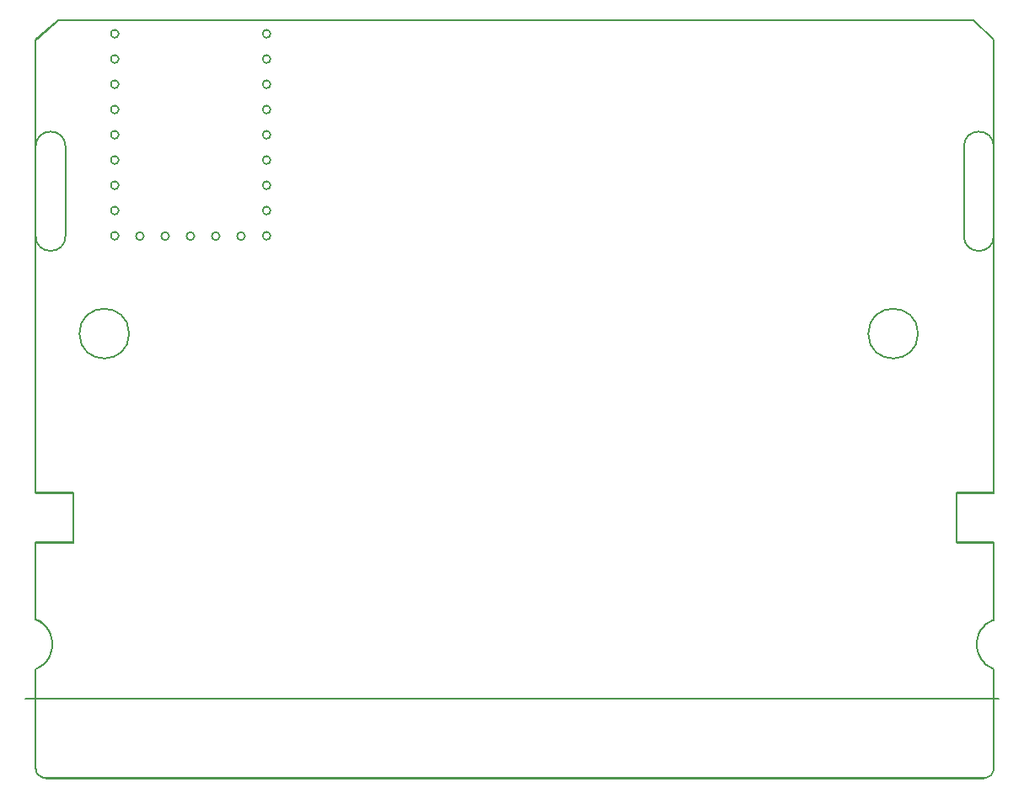
<source format=gbr>
%TF.GenerationSoftware,KiCad,Pcbnew,8.0.1*%
%TF.CreationDate,2024-04-05T12:29:39-07:00*%
%TF.ProjectId,flash-32mbit,666c6173-682d-4333-926d-6269742e6b69,10*%
%TF.SameCoordinates,Original*%
%TF.FileFunction,Profile,NP*%
%FSLAX46Y46*%
G04 Gerber Fmt 4.6, Leading zero omitted, Abs format (unit mm)*
G04 Created by KiCad (PCBNEW 8.0.1) date 2024-04-05 12:29:39*
%MOMM*%
%LPD*%
G01*
G04 APERTURE LIST*
%TA.AperFunction,Profile*%
%ADD10C,0.100000*%
%TD*%
%ADD11C,0.200000*%
G04 APERTURE END LIST*
D10*
X102107400Y-111500000D02*
X102107400Y-119250000D01*
X198357400Y-119269307D02*
X198357400Y-111500000D01*
X198357400Y-60950000D02*
X196357400Y-58950000D01*
X105857400Y-106500000D02*
X105857400Y-111500000D01*
X104357400Y-58950000D02*
X102107400Y-60950000D01*
X102107400Y-60950000D02*
X102107400Y-106500000D01*
X198357400Y-111500000D02*
X194607400Y-111500000D01*
X194607400Y-111500000D02*
X194607400Y-106500000D01*
X102107400Y-124250000D02*
X102107400Y-134200000D01*
X197357981Y-135200000D02*
X103107400Y-135200000D01*
X198363770Y-124233104D02*
G75*
G02*
X198357400Y-119269307I936230J2483104D01*
G01*
X105857400Y-111500000D02*
X102107400Y-111500000D01*
X102107400Y-106500000D02*
X105857400Y-106500000D01*
X104357400Y-58950000D02*
X196357400Y-58950000D01*
X102107400Y-119250001D02*
G75*
G02*
X102107399Y-124249999I-1000000J-2499999D01*
G01*
X198363770Y-124233104D02*
X198357981Y-134200581D01*
X194607400Y-106500000D02*
X198357400Y-106500000D01*
X198357981Y-134200581D02*
G75*
G02*
X197357981Y-135199981I-999981J581D01*
G01*
X103107400Y-135200000D02*
G75*
G02*
X102107400Y-134200000I0J1000000D01*
G01*
X198357400Y-106500000D02*
X198357400Y-60950000D01*
D11*
X110442600Y-65370000D02*
G75*
G02*
X109642600Y-65370000I-400000J0D01*
G01*
X109642600Y-65370000D02*
G75*
G02*
X110442600Y-65370000I400000J0D01*
G01*
X103329639Y-120190461D02*
X103493118Y-120465907D01*
X103100000Y-135150000D02*
X197350581Y-135150000D01*
X194600000Y-106450000D02*
X198350000Y-106450000D01*
X195350000Y-71635201D02*
X195350000Y-80635201D01*
X103716646Y-122334954D02*
X103622732Y-122641183D01*
X103792582Y-121700000D02*
X103773531Y-122019739D01*
X103622732Y-120758818D02*
X103716646Y-121065047D01*
X102661338Y-119506322D02*
X102910785Y-119707249D01*
X102100000Y-134150000D02*
X102119215Y-134345090D01*
X197783438Y-119517167D02*
X198057705Y-119351092D01*
X196638863Y-121703406D02*
X196657822Y-121383337D01*
X102910785Y-119707249D02*
X103134608Y-119936376D01*
X104350000Y-58900000D02*
X102100000Y-60900000D01*
X197789045Y-123886700D02*
X197536301Y-123689408D01*
X196716874Y-122338722D02*
X196658643Y-122023425D01*
X125692600Y-60290000D02*
G75*
G02*
X124892600Y-60290000I-400000J0D01*
G01*
X124892600Y-60290000D02*
G75*
G02*
X125692600Y-60290000I400000J0D01*
G01*
X110442600Y-75530000D02*
G75*
G02*
X109642600Y-75530000I-400000J0D01*
G01*
X109642600Y-75530000D02*
G75*
G02*
X110442600Y-75530000I400000J0D01*
G01*
X198350000Y-111450000D02*
X194600000Y-111450000D01*
X110442600Y-78070000D02*
G75*
G02*
X109642600Y-78070000I-400000J0D01*
G01*
X109642600Y-78070000D02*
G75*
G02*
X110442600Y-78070000I400000J0D01*
G01*
X197536301Y-123689408D02*
X197309195Y-123463076D01*
X125692600Y-75530000D02*
G75*
G02*
X124892600Y-75530000I-400000J0D01*
G01*
X124892600Y-75530000D02*
G75*
G02*
X125692600Y-75530000I400000J0D01*
G01*
X196944737Y-122936879D02*
X196812704Y-122644696D01*
X103329639Y-123209539D02*
X103134608Y-123463624D01*
X102389795Y-124063563D02*
X102100000Y-124200000D01*
X198350000Y-119219307D02*
X198350000Y-111450000D01*
X196810288Y-120761672D02*
X196941570Y-120469151D01*
X198350000Y-80635201D02*
X198350000Y-71635201D01*
X197309195Y-123463076D02*
X197111043Y-123211006D01*
X102176120Y-134532683D02*
X102268530Y-134705570D01*
X198350581Y-134150581D02*
X198356370Y-124183104D01*
X190742600Y-90450000D02*
G75*
G02*
X185742600Y-90450000I-2500000J0D01*
G01*
X185742600Y-90450000D02*
G75*
G02*
X190742600Y-90450000I2500000J0D01*
G01*
X125692600Y-67910000D02*
G75*
G02*
X124892600Y-67910000I-400000J0D01*
G01*
X124892600Y-67910000D02*
G75*
G02*
X125692600Y-67910000I400000J0D01*
G01*
X102389795Y-119336437D02*
X102661338Y-119506322D01*
X197111043Y-123211006D02*
X196944737Y-122936879D01*
X196812704Y-122644696D02*
X196716874Y-122338722D01*
X198350000Y-80635201D02*
G75*
G02*
X195350000Y-80635201I-1500000J0D01*
G01*
X102100000Y-71635201D02*
X102100000Y-80635201D01*
X198350000Y-60900000D02*
X198350000Y-106450000D01*
X125692600Y-78070000D02*
G75*
G02*
X124892600Y-78070000I-400000J0D01*
G01*
X124892600Y-78070000D02*
G75*
G02*
X125692600Y-78070000I400000J0D01*
G01*
X102717317Y-135073880D02*
X102904910Y-135130785D01*
X105850000Y-111450000D02*
X102100000Y-111450000D01*
X196658643Y-122023425D02*
X196638863Y-121703406D01*
X110442600Y-70450000D02*
G75*
G02*
X109642600Y-70450000I-400000J0D01*
G01*
X109642600Y-70450000D02*
G75*
G02*
X110442600Y-70450000I400000J0D01*
G01*
X102661337Y-123893679D02*
X102389795Y-124063563D01*
X103773531Y-122019739D02*
X103716646Y-122334954D01*
X197733129Y-135073923D02*
X197905969Y-134981582D01*
X198274293Y-134533083D02*
X198331267Y-134345588D01*
X197350581Y-135150000D02*
X197545599Y-135130784D01*
X110442600Y-80610000D02*
G75*
G02*
X109642600Y-80610000I-400000J0D01*
G01*
X109642600Y-80610000D02*
G75*
G02*
X110442600Y-80610000I400000J0D01*
G01*
X198181848Y-134705868D02*
X198274293Y-134533083D01*
X125692600Y-72990000D02*
G75*
G02*
X124892600Y-72990000I-400000J0D01*
G01*
X124892600Y-72990000D02*
G75*
G02*
X125692600Y-72990000I400000J0D01*
G01*
X102910785Y-123692751D02*
X102661337Y-123893679D01*
X102100000Y-111450000D02*
X102100000Y-119200001D01*
X198350000Y-106450000D02*
X198350000Y-60900000D01*
X103716646Y-121065047D02*
X103773531Y-121380261D01*
X197107172Y-120194598D02*
X197304676Y-119942020D01*
X102100000Y-106450000D02*
X102100000Y-60900000D01*
X102544430Y-134981470D02*
X102717317Y-135073880D01*
X102392893Y-134857107D02*
X102544430Y-134981470D01*
X125692600Y-65370000D02*
G75*
G02*
X124892600Y-65370000I-400000J0D01*
G01*
X124892600Y-65370000D02*
G75*
G02*
X125692600Y-65370000I400000J0D01*
G01*
X198063738Y-124052070D02*
X197789045Y-123886700D01*
X102904910Y-135130785D02*
X103100000Y-135150000D01*
X105100000Y-80635201D02*
G75*
G02*
X102100000Y-80635201I-1500000J0D01*
G01*
X198350000Y-60900000D02*
X196350000Y-58900000D01*
X198057481Y-134857306D02*
X198181848Y-134705868D01*
X103493118Y-122934093D02*
X103329639Y-123209539D01*
X103134608Y-119936376D02*
X103329639Y-120190461D01*
X125692600Y-62830000D02*
G75*
G02*
X124892600Y-62830000I-400000J0D01*
G01*
X124892600Y-62830000D02*
G75*
G02*
X125692600Y-62830000I400000J0D01*
G01*
X102100000Y-60900000D02*
X102100000Y-106450000D01*
X102100000Y-124200000D02*
X102100000Y-134150000D01*
X198356370Y-124183104D02*
X198063738Y-124052070D01*
X196715243Y-121067891D02*
X196810288Y-120761672D01*
X197531201Y-119715106D02*
X197783438Y-119517167D01*
X110442600Y-62830000D02*
G75*
G02*
X109642600Y-62830000I-400000J0D01*
G01*
X109642600Y-62830000D02*
G75*
G02*
X110442600Y-62830000I400000J0D01*
G01*
X198883569Y-127200000D02*
X101070631Y-127200000D01*
X112962600Y-80650000D02*
G75*
G02*
X112162600Y-80650000I-400000J0D01*
G01*
X112162600Y-80650000D02*
G75*
G02*
X112962600Y-80650000I400000J0D01*
G01*
X118042600Y-80650000D02*
G75*
G02*
X117242600Y-80650000I-400000J0D01*
G01*
X117242600Y-80650000D02*
G75*
G02*
X118042600Y-80650000I400000J0D01*
G01*
X104350000Y-58900000D02*
X196350000Y-58900000D01*
X103622732Y-122641183D02*
X103493118Y-122934093D01*
X194600000Y-111450000D02*
X194600000Y-106450000D01*
X125692600Y-80610000D02*
G75*
G02*
X124892600Y-80610000I-400000J0D01*
G01*
X124892600Y-80610000D02*
G75*
G02*
X125692600Y-80610000I400000J0D01*
G01*
X196350000Y-58900000D02*
X104350000Y-58900000D01*
X103493118Y-120465907D02*
X103622732Y-120758818D01*
X197304676Y-119942020D02*
X197531201Y-119715106D01*
X197905969Y-134981582D02*
X198057481Y-134857306D01*
X111492600Y-90450000D02*
G75*
G02*
X106492600Y-90450000I-2500000J0D01*
G01*
X106492600Y-90450000D02*
G75*
G02*
X111492600Y-90450000I2500000J0D01*
G01*
X110442600Y-67910000D02*
G75*
G02*
X109642600Y-67910000I-400000J0D01*
G01*
X109642600Y-67910000D02*
G75*
G02*
X110442600Y-67910000I400000J0D01*
G01*
X103773531Y-121380261D02*
X103792582Y-121700000D01*
X197350581Y-135150000D02*
X103100000Y-135150000D01*
X105850000Y-106450000D02*
X105850000Y-111450000D01*
X125692600Y-70450000D02*
G75*
G02*
X124892600Y-70450000I-400000J0D01*
G01*
X124892600Y-70450000D02*
G75*
G02*
X125692600Y-70450000I400000J0D01*
G01*
X102119215Y-134345090D02*
X102176120Y-134532683D01*
X196941570Y-120469151D02*
X197107172Y-120194598D01*
X198057705Y-119351092D02*
X198350000Y-119219307D01*
X102100000Y-119200001D02*
X102389795Y-119336437D01*
X123122600Y-80650000D02*
G75*
G02*
X122322600Y-80650000I-400000J0D01*
G01*
X122322600Y-80650000D02*
G75*
G02*
X123122600Y-80650000I400000J0D01*
G01*
X102268530Y-134705570D02*
X102392893Y-134857107D01*
X105100000Y-80635201D02*
X105100000Y-71635201D01*
X120582600Y-80650000D02*
G75*
G02*
X119782600Y-80650000I-400000J0D01*
G01*
X119782600Y-80650000D02*
G75*
G02*
X120582600Y-80650000I400000J0D01*
G01*
X195350000Y-71635201D02*
G75*
G02*
X198350000Y-71635201I1500000J0D01*
G01*
X102100000Y-71635201D02*
G75*
G02*
X105100000Y-71635201I1500000J0D01*
G01*
X103134608Y-123463624D02*
X102910785Y-123692751D01*
X196657822Y-121383337D02*
X196715243Y-121067891D01*
X110442600Y-72990000D02*
G75*
G02*
X109642600Y-72990000I-400000J0D01*
G01*
X109642600Y-72990000D02*
G75*
G02*
X110442600Y-72990000I400000J0D01*
G01*
X115502600Y-80650000D02*
G75*
G02*
X114702600Y-80650000I-400000J0D01*
G01*
X114702600Y-80650000D02*
G75*
G02*
X115502600Y-80650000I400000J0D01*
G01*
X110442600Y-60290000D02*
G75*
G02*
X109642600Y-60290000I-400000J0D01*
G01*
X109642600Y-60290000D02*
G75*
G02*
X110442600Y-60290000I400000J0D01*
G01*
X198331267Y-134345588D02*
X198350581Y-134150581D01*
X197545599Y-135130784D02*
X197733129Y-135073923D01*
X102100000Y-106450000D02*
X105850000Y-106450000D01*
M02*

</source>
